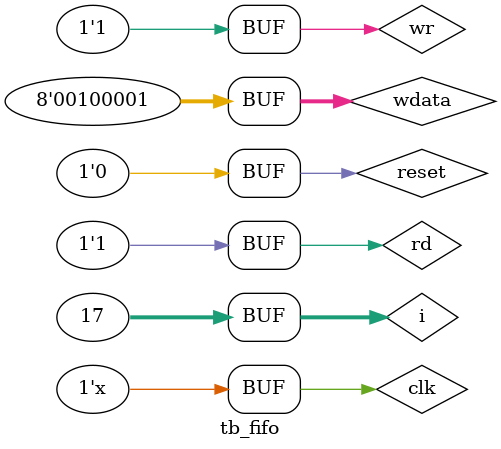
<source format=v>
`timescale 1ns / 1ps

module tb_fifo();
    reg clk;
    reg reset;
    //write
    reg [7:0] wdata;
    reg wr;
    wire full;
    //read
    reg rd;
    wire [7:0] rdata;
    wire empty;

    fifo dut(
        .clk(clk),
        .reset(reset),
        //write
        .wdata(wdata),
        .wr(wr),
        .full(full),
        //read
        .rd(rd),
        .rdata(rdata),
        .empty(empty)
);  
 
    always #5 clk = ~clk;
    integer i; 
        
    initial begin
        clk = 0;
        reset = 1;
        wdata = 0;
        wr = 0;
        rd = 0;
        #10; 
        reset = 0;
        #10; 
        //읽기기
        wr = 1;
        for (i=0; i<17; i = i + 1) begin
             wdata = i; 
             #10;
        end
        //읽기
        wr = 0;
        rd = 1;
        for (i=0; i<17; i = i + 1) begin
             #10;
        end
        wr = 0;
        rd = 0;
        #10;
        //동시 읽고 쓰기
        wr = 1;
        rd = 1;
        for (i=0; i<17; i = i + 1) begin
             wdata = i*2+1; 
             #10;
        end
    end  
endmodule
        /*
        wdata = 8'haa;
        #10;
        wdata = 8'h44;
        #10;
        wdata = 8'h55;
        #10;
        wdata = 8'h22;
        #10;
        wdata = 8'hff;
        #10;
        wdata = 8'hcc;
        #10;
        wdata = 8'hdd;
        #10;
        wdata = 8'h33;
        #10;
        wdata = 8'haa;
        #10;
        wdata = 8'h44;
        #10;
        wdata = 8'h55;
        #10;
        wdata = 8'h22;
        #10;
        wdata = 8'hff;
        #10;
        wdata = 8'hcc;
        #10;
        wdata = 8'hdd;
        #10;
        wdata = 8'h33;
        #10;
        
        #20; */
        

    /*
    integer i;
    reg [7:0] rand_data;
    reg [7:0] rand_addr;
    initial begin
        clk = 0;
        reset = 1;
        wdata = 8'h00;
        wr = 0;
        rd = 0;
        #10;
        for (i=0; i<50; i = i + 1) begin
            @(posedge clk);
            // 난수 발생기
            rand_addr = $random%16; // 난수의 모수가 16
            rand_data = $random%256; // 난수의 모수가 256
            //쓰기
            wr = 1;
            waddr = rand_addr;
            wdata = rand_data;
            @(posedge clk);
            //읽기
            waddr = rand_addr;
            #10;
            // == 값비교, === case 비교 (0,1,x,z 다 비교)
            if(rdata === wdata) begin // 출력과 입력이 같은지 비교
                $display("pass"); 
            end else begin
                $display("fail addr = %d, data = %h", waddr, rdata);
            end
        end
        #10;
        $stop;
    end


endmodule */
</source>
